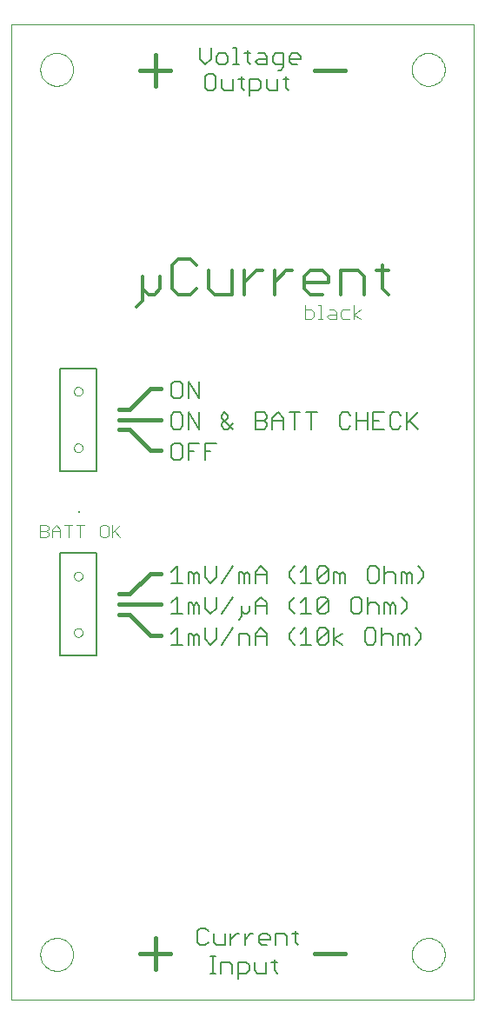
<source format=gto>
G75*
G70*
%OFA0B0*%
%FSLAX24Y24*%
%IPPOS*%
%LPD*%
%AMOC8*
5,1,8,0,0,1.08239X$1,22.5*
%
%ADD10C,0.0000*%
%ADD11C,0.0060*%
%ADD12C,0.0160*%
%ADD13C,0.0040*%
%ADD14C,0.0120*%
%ADD15C,0.0050*%
%ADD16R,0.0079X0.0079*%
D10*
X000367Y000100D02*
X000367Y037502D01*
X018084Y037502D01*
X018084Y000100D01*
X000367Y000100D01*
X001470Y001832D02*
X001472Y001882D01*
X001478Y001932D01*
X001488Y001981D01*
X001502Y002029D01*
X001519Y002076D01*
X001540Y002121D01*
X001565Y002165D01*
X001593Y002206D01*
X001625Y002245D01*
X001659Y002282D01*
X001696Y002316D01*
X001736Y002346D01*
X001778Y002373D01*
X001822Y002397D01*
X001868Y002418D01*
X001915Y002434D01*
X001963Y002447D01*
X002013Y002456D01*
X002062Y002461D01*
X002113Y002462D01*
X002163Y002459D01*
X002212Y002452D01*
X002261Y002441D01*
X002309Y002426D01*
X002355Y002408D01*
X002400Y002386D01*
X002443Y002360D01*
X002484Y002331D01*
X002523Y002299D01*
X002559Y002264D01*
X002591Y002226D01*
X002621Y002186D01*
X002648Y002143D01*
X002671Y002099D01*
X002690Y002053D01*
X002706Y002005D01*
X002718Y001956D01*
X002726Y001907D01*
X002730Y001857D01*
X002730Y001807D01*
X002726Y001757D01*
X002718Y001708D01*
X002706Y001659D01*
X002690Y001611D01*
X002671Y001565D01*
X002648Y001521D01*
X002621Y001478D01*
X002591Y001438D01*
X002559Y001400D01*
X002523Y001365D01*
X002484Y001333D01*
X002443Y001304D01*
X002400Y001278D01*
X002355Y001256D01*
X002309Y001238D01*
X002261Y001223D01*
X002212Y001212D01*
X002163Y001205D01*
X002113Y001202D01*
X002062Y001203D01*
X002013Y001208D01*
X001963Y001217D01*
X001915Y001230D01*
X001868Y001246D01*
X001822Y001267D01*
X001778Y001291D01*
X001736Y001318D01*
X001696Y001348D01*
X001659Y001382D01*
X001625Y001419D01*
X001593Y001458D01*
X001565Y001499D01*
X001540Y001543D01*
X001519Y001588D01*
X001502Y001635D01*
X001488Y001683D01*
X001478Y001732D01*
X001472Y001782D01*
X001470Y001832D01*
X002759Y014175D02*
X002761Y014200D01*
X002767Y014225D01*
X002776Y014249D01*
X002789Y014271D01*
X002806Y014291D01*
X002825Y014308D01*
X002846Y014322D01*
X002870Y014332D01*
X002894Y014339D01*
X002920Y014342D01*
X002945Y014341D01*
X002970Y014336D01*
X002994Y014327D01*
X003017Y014315D01*
X003037Y014300D01*
X003055Y014281D01*
X003070Y014260D01*
X003081Y014237D01*
X003089Y014213D01*
X003093Y014188D01*
X003093Y014162D01*
X003089Y014137D01*
X003081Y014113D01*
X003070Y014090D01*
X003055Y014069D01*
X003037Y014050D01*
X003017Y014035D01*
X002994Y014023D01*
X002970Y014014D01*
X002945Y014009D01*
X002920Y014008D01*
X002894Y014011D01*
X002870Y014018D01*
X002846Y014028D01*
X002825Y014042D01*
X002806Y014059D01*
X002789Y014079D01*
X002776Y014101D01*
X002767Y014125D01*
X002761Y014150D01*
X002759Y014175D01*
X002759Y016340D02*
X002761Y016365D01*
X002767Y016390D01*
X002776Y016414D01*
X002789Y016436D01*
X002806Y016456D01*
X002825Y016473D01*
X002846Y016487D01*
X002870Y016497D01*
X002894Y016504D01*
X002920Y016507D01*
X002945Y016506D01*
X002970Y016501D01*
X002994Y016492D01*
X003017Y016480D01*
X003037Y016465D01*
X003055Y016446D01*
X003070Y016425D01*
X003081Y016402D01*
X003089Y016378D01*
X003093Y016353D01*
X003093Y016327D01*
X003089Y016302D01*
X003081Y016278D01*
X003070Y016255D01*
X003055Y016234D01*
X003037Y016215D01*
X003017Y016200D01*
X002994Y016188D01*
X002970Y016179D01*
X002945Y016174D01*
X002920Y016173D01*
X002894Y016176D01*
X002870Y016183D01*
X002846Y016193D01*
X002825Y016207D01*
X002806Y016224D01*
X002789Y016244D01*
X002776Y016266D01*
X002767Y016290D01*
X002761Y016315D01*
X002759Y016340D01*
X002759Y021261D02*
X002761Y021286D01*
X002767Y021311D01*
X002776Y021335D01*
X002789Y021357D01*
X002806Y021377D01*
X002825Y021394D01*
X002846Y021408D01*
X002870Y021418D01*
X002894Y021425D01*
X002920Y021428D01*
X002945Y021427D01*
X002970Y021422D01*
X002994Y021413D01*
X003017Y021401D01*
X003037Y021386D01*
X003055Y021367D01*
X003070Y021346D01*
X003081Y021323D01*
X003089Y021299D01*
X003093Y021274D01*
X003093Y021248D01*
X003089Y021223D01*
X003081Y021199D01*
X003070Y021176D01*
X003055Y021155D01*
X003037Y021136D01*
X003017Y021121D01*
X002994Y021109D01*
X002970Y021100D01*
X002945Y021095D01*
X002920Y021094D01*
X002894Y021097D01*
X002870Y021104D01*
X002846Y021114D01*
X002825Y021128D01*
X002806Y021145D01*
X002789Y021165D01*
X002776Y021187D01*
X002767Y021211D01*
X002761Y021236D01*
X002759Y021261D01*
X002759Y023427D02*
X002761Y023452D01*
X002767Y023477D01*
X002776Y023501D01*
X002789Y023523D01*
X002806Y023543D01*
X002825Y023560D01*
X002846Y023574D01*
X002870Y023584D01*
X002894Y023591D01*
X002920Y023594D01*
X002945Y023593D01*
X002970Y023588D01*
X002994Y023579D01*
X003017Y023567D01*
X003037Y023552D01*
X003055Y023533D01*
X003070Y023512D01*
X003081Y023489D01*
X003089Y023465D01*
X003093Y023440D01*
X003093Y023414D01*
X003089Y023389D01*
X003081Y023365D01*
X003070Y023342D01*
X003055Y023321D01*
X003037Y023302D01*
X003017Y023287D01*
X002994Y023275D01*
X002970Y023266D01*
X002945Y023261D01*
X002920Y023260D01*
X002894Y023263D01*
X002870Y023270D01*
X002846Y023280D01*
X002825Y023294D01*
X002806Y023311D01*
X002789Y023331D01*
X002776Y023353D01*
X002767Y023377D01*
X002761Y023402D01*
X002759Y023427D01*
X001470Y035769D02*
X001472Y035819D01*
X001478Y035869D01*
X001488Y035918D01*
X001502Y035966D01*
X001519Y036013D01*
X001540Y036058D01*
X001565Y036102D01*
X001593Y036143D01*
X001625Y036182D01*
X001659Y036219D01*
X001696Y036253D01*
X001736Y036283D01*
X001778Y036310D01*
X001822Y036334D01*
X001868Y036355D01*
X001915Y036371D01*
X001963Y036384D01*
X002013Y036393D01*
X002062Y036398D01*
X002113Y036399D01*
X002163Y036396D01*
X002212Y036389D01*
X002261Y036378D01*
X002309Y036363D01*
X002355Y036345D01*
X002400Y036323D01*
X002443Y036297D01*
X002484Y036268D01*
X002523Y036236D01*
X002559Y036201D01*
X002591Y036163D01*
X002621Y036123D01*
X002648Y036080D01*
X002671Y036036D01*
X002690Y035990D01*
X002706Y035942D01*
X002718Y035893D01*
X002726Y035844D01*
X002730Y035794D01*
X002730Y035744D01*
X002726Y035694D01*
X002718Y035645D01*
X002706Y035596D01*
X002690Y035548D01*
X002671Y035502D01*
X002648Y035458D01*
X002621Y035415D01*
X002591Y035375D01*
X002559Y035337D01*
X002523Y035302D01*
X002484Y035270D01*
X002443Y035241D01*
X002400Y035215D01*
X002355Y035193D01*
X002309Y035175D01*
X002261Y035160D01*
X002212Y035149D01*
X002163Y035142D01*
X002113Y035139D01*
X002062Y035140D01*
X002013Y035145D01*
X001963Y035154D01*
X001915Y035167D01*
X001868Y035183D01*
X001822Y035204D01*
X001778Y035228D01*
X001736Y035255D01*
X001696Y035285D01*
X001659Y035319D01*
X001625Y035356D01*
X001593Y035395D01*
X001565Y035436D01*
X001540Y035480D01*
X001519Y035525D01*
X001502Y035572D01*
X001488Y035620D01*
X001478Y035669D01*
X001472Y035719D01*
X001470Y035769D01*
X015722Y035769D02*
X015724Y035819D01*
X015730Y035869D01*
X015740Y035918D01*
X015754Y035966D01*
X015771Y036013D01*
X015792Y036058D01*
X015817Y036102D01*
X015845Y036143D01*
X015877Y036182D01*
X015911Y036219D01*
X015948Y036253D01*
X015988Y036283D01*
X016030Y036310D01*
X016074Y036334D01*
X016120Y036355D01*
X016167Y036371D01*
X016215Y036384D01*
X016265Y036393D01*
X016314Y036398D01*
X016365Y036399D01*
X016415Y036396D01*
X016464Y036389D01*
X016513Y036378D01*
X016561Y036363D01*
X016607Y036345D01*
X016652Y036323D01*
X016695Y036297D01*
X016736Y036268D01*
X016775Y036236D01*
X016811Y036201D01*
X016843Y036163D01*
X016873Y036123D01*
X016900Y036080D01*
X016923Y036036D01*
X016942Y035990D01*
X016958Y035942D01*
X016970Y035893D01*
X016978Y035844D01*
X016982Y035794D01*
X016982Y035744D01*
X016978Y035694D01*
X016970Y035645D01*
X016958Y035596D01*
X016942Y035548D01*
X016923Y035502D01*
X016900Y035458D01*
X016873Y035415D01*
X016843Y035375D01*
X016811Y035337D01*
X016775Y035302D01*
X016736Y035270D01*
X016695Y035241D01*
X016652Y035215D01*
X016607Y035193D01*
X016561Y035175D01*
X016513Y035160D01*
X016464Y035149D01*
X016415Y035142D01*
X016365Y035139D01*
X016314Y035140D01*
X016265Y035145D01*
X016215Y035154D01*
X016167Y035167D01*
X016120Y035183D01*
X016074Y035204D01*
X016030Y035228D01*
X015988Y035255D01*
X015948Y035285D01*
X015911Y035319D01*
X015877Y035356D01*
X015845Y035395D01*
X015817Y035436D01*
X015792Y035480D01*
X015771Y035525D01*
X015754Y035572D01*
X015740Y035620D01*
X015730Y035669D01*
X015724Y035719D01*
X015722Y035769D01*
X015722Y001832D02*
X015724Y001882D01*
X015730Y001932D01*
X015740Y001981D01*
X015754Y002029D01*
X015771Y002076D01*
X015792Y002121D01*
X015817Y002165D01*
X015845Y002206D01*
X015877Y002245D01*
X015911Y002282D01*
X015948Y002316D01*
X015988Y002346D01*
X016030Y002373D01*
X016074Y002397D01*
X016120Y002418D01*
X016167Y002434D01*
X016215Y002447D01*
X016265Y002456D01*
X016314Y002461D01*
X016365Y002462D01*
X016415Y002459D01*
X016464Y002452D01*
X016513Y002441D01*
X016561Y002426D01*
X016607Y002408D01*
X016652Y002386D01*
X016695Y002360D01*
X016736Y002331D01*
X016775Y002299D01*
X016811Y002264D01*
X016843Y002226D01*
X016873Y002186D01*
X016900Y002143D01*
X016923Y002099D01*
X016942Y002053D01*
X016958Y002005D01*
X016970Y001956D01*
X016978Y001907D01*
X016982Y001857D01*
X016982Y001807D01*
X016978Y001757D01*
X016970Y001708D01*
X016958Y001659D01*
X016942Y001611D01*
X016923Y001565D01*
X016900Y001521D01*
X016873Y001478D01*
X016843Y001438D01*
X016811Y001400D01*
X016775Y001365D01*
X016736Y001333D01*
X016695Y001304D01*
X016652Y001278D01*
X016607Y001256D01*
X016561Y001238D01*
X016513Y001223D01*
X016464Y001212D01*
X016415Y001205D01*
X016365Y001202D01*
X016314Y001203D01*
X016265Y001208D01*
X016215Y001217D01*
X016167Y001230D01*
X016120Y001246D01*
X016074Y001267D01*
X016030Y001291D01*
X015988Y001318D01*
X015948Y001348D01*
X015911Y001382D01*
X015877Y001419D01*
X015845Y001458D01*
X015817Y001499D01*
X015792Y001543D01*
X015771Y001588D01*
X015754Y001635D01*
X015740Y001683D01*
X015730Y001732D01*
X015724Y001782D01*
X015722Y001832D01*
D11*
X011350Y002197D02*
X011243Y002304D01*
X011243Y002731D01*
X011136Y002624D02*
X011350Y002624D01*
X010919Y002517D02*
X010919Y002197D01*
X010919Y002517D02*
X010812Y002624D01*
X010492Y002624D01*
X010492Y002197D01*
X010274Y002410D02*
X009847Y002410D01*
X009847Y002304D02*
X009847Y002517D01*
X009954Y002624D01*
X010168Y002624D01*
X010274Y002517D01*
X010274Y002410D01*
X010168Y002197D02*
X009954Y002197D01*
X009847Y002304D01*
X009630Y002624D02*
X009524Y002624D01*
X009310Y002410D01*
X009310Y002197D02*
X009310Y002624D01*
X009093Y002624D02*
X008987Y002624D01*
X008773Y002410D01*
X008773Y002197D02*
X008773Y002624D01*
X008555Y002624D02*
X008555Y002197D01*
X008235Y002197D01*
X008128Y002304D01*
X008128Y002624D01*
X007911Y002731D02*
X007804Y002837D01*
X007591Y002837D01*
X007484Y002731D01*
X007484Y002304D01*
X007591Y002197D01*
X007804Y002197D01*
X007911Y002304D01*
X007976Y001755D02*
X008190Y001755D01*
X008083Y001755D02*
X008083Y001114D01*
X007976Y001114D02*
X008190Y001114D01*
X008406Y001114D02*
X008406Y001541D01*
X008726Y001541D01*
X008833Y001435D01*
X008833Y001114D01*
X009050Y001114D02*
X009371Y001114D01*
X009477Y001221D01*
X009477Y001435D01*
X009371Y001541D01*
X009050Y001541D01*
X009050Y000901D01*
X009695Y001221D02*
X009802Y001114D01*
X010122Y001114D01*
X010122Y001541D01*
X010339Y001541D02*
X010553Y001541D01*
X010446Y001648D02*
X010446Y001221D01*
X010553Y001114D01*
X009695Y001221D02*
X009695Y001541D01*
X009722Y013713D02*
X009722Y014140D01*
X009936Y014353D01*
X010149Y014140D01*
X010149Y013713D01*
X010149Y014033D02*
X009722Y014033D01*
X009505Y014033D02*
X009505Y013713D01*
X009505Y014033D02*
X009398Y014140D01*
X009078Y014140D01*
X009078Y013713D01*
X008433Y013713D02*
X008860Y014353D01*
X009078Y014680D02*
X009185Y014787D01*
X009185Y015001D01*
X009291Y014894D01*
X009398Y014894D01*
X009505Y015001D01*
X009505Y015214D01*
X009722Y015214D02*
X010149Y015214D01*
X010149Y015321D02*
X010149Y014894D01*
X010149Y015321D02*
X009936Y015534D01*
X009722Y015321D01*
X009722Y014894D01*
X009185Y015001D02*
X009185Y015214D01*
X008860Y015534D02*
X008433Y014894D01*
X008216Y015107D02*
X008216Y015534D01*
X008216Y015107D02*
X008002Y014894D01*
X007789Y015107D01*
X007789Y015534D01*
X007571Y015214D02*
X007571Y014894D01*
X007358Y014894D02*
X007358Y015214D01*
X007464Y015321D01*
X007571Y015214D01*
X007358Y015214D02*
X007251Y015321D01*
X007144Y015321D01*
X007144Y014894D01*
X006927Y014894D02*
X006500Y014894D01*
X006713Y014894D02*
X006713Y015534D01*
X006500Y015321D01*
X006500Y016075D02*
X006927Y016075D01*
X007144Y016075D02*
X007144Y016502D01*
X007251Y016502D01*
X007358Y016395D01*
X007464Y016502D01*
X007571Y016395D01*
X007571Y016075D01*
X007358Y016075D02*
X007358Y016395D01*
X007789Y016288D02*
X008002Y016075D01*
X008216Y016288D01*
X008216Y016715D01*
X008860Y016715D02*
X008433Y016075D01*
X009078Y016075D02*
X009078Y016502D01*
X009185Y016502D01*
X009291Y016395D01*
X009398Y016502D01*
X009505Y016395D01*
X009505Y016075D01*
X009291Y016075D02*
X009291Y016395D01*
X009722Y016395D02*
X010149Y016395D01*
X010149Y016502D02*
X010149Y016075D01*
X010149Y016502D02*
X009936Y016715D01*
X009722Y016502D01*
X009722Y016075D01*
X011012Y016288D02*
X011012Y016502D01*
X011225Y016715D01*
X011441Y016502D02*
X011655Y016715D01*
X011655Y016075D01*
X011868Y016075D02*
X011441Y016075D01*
X011225Y016075D02*
X011012Y016288D01*
X011225Y015534D02*
X011012Y015321D01*
X011012Y015107D01*
X011225Y014894D01*
X011441Y014894D02*
X011868Y014894D01*
X011655Y014894D02*
X011655Y015534D01*
X011441Y015321D01*
X011655Y014353D02*
X011655Y013713D01*
X011868Y013713D02*
X011441Y013713D01*
X011225Y013713D02*
X011012Y013926D01*
X011012Y014140D01*
X011225Y014353D01*
X011441Y014140D02*
X011655Y014353D01*
X012086Y014246D02*
X012086Y013819D01*
X012513Y014246D01*
X012513Y013819D01*
X012406Y013713D01*
X012193Y013713D01*
X012086Y013819D01*
X012086Y014246D02*
X012193Y014353D01*
X012406Y014353D01*
X012513Y014246D01*
X012730Y014353D02*
X012730Y013713D01*
X012730Y013926D02*
X013051Y014140D01*
X012730Y013926D02*
X013051Y013713D01*
X013482Y014894D02*
X013375Y015001D01*
X013375Y015428D01*
X013482Y015534D01*
X013695Y015534D01*
X013802Y015428D01*
X013802Y015001D01*
X013695Y014894D01*
X013482Y014894D01*
X014019Y014353D02*
X013912Y014246D01*
X013912Y013819D01*
X014019Y013713D01*
X014232Y013713D01*
X014339Y013819D01*
X014339Y014246D01*
X014232Y014353D01*
X014019Y014353D01*
X014019Y014894D02*
X014019Y015534D01*
X014126Y015321D02*
X014340Y015321D01*
X014446Y015214D01*
X014446Y014894D01*
X014664Y014894D02*
X014664Y015321D01*
X014771Y015321D01*
X014877Y015214D01*
X014984Y015321D01*
X015091Y015214D01*
X015091Y014894D01*
X014877Y014894D02*
X014877Y015214D01*
X014664Y016075D02*
X014664Y016715D01*
X014771Y016502D02*
X014664Y016395D01*
X014771Y016502D02*
X014984Y016502D01*
X015091Y016395D01*
X015091Y016075D01*
X015309Y016075D02*
X015309Y016502D01*
X015415Y016502D01*
X015522Y016395D01*
X015629Y016502D01*
X015736Y016395D01*
X015736Y016075D01*
X015522Y016075D02*
X015522Y016395D01*
X015953Y016075D02*
X016167Y016288D01*
X016167Y016502D01*
X015953Y016715D01*
X015309Y015534D02*
X015522Y015321D01*
X015522Y015107D01*
X015309Y014894D01*
X015308Y014140D02*
X015201Y014140D01*
X015201Y013713D01*
X015415Y013713D02*
X015415Y014033D01*
X015521Y014140D01*
X015628Y014033D01*
X015628Y013713D01*
X015415Y014033D02*
X015308Y014140D01*
X014984Y014033D02*
X014984Y013713D01*
X014984Y014033D02*
X014877Y014140D01*
X014663Y014140D01*
X014557Y014033D01*
X014557Y014353D02*
X014557Y013713D01*
X014019Y015214D02*
X014126Y015321D01*
X014126Y016075D02*
X014340Y016075D01*
X014446Y016182D01*
X014446Y016609D01*
X014340Y016715D01*
X014126Y016715D01*
X014019Y016609D01*
X014019Y016182D01*
X014126Y016075D01*
X013157Y016075D02*
X013157Y016395D01*
X013051Y016502D01*
X012944Y016395D01*
X012944Y016075D01*
X012730Y016075D02*
X012730Y016502D01*
X012837Y016502D01*
X012944Y016395D01*
X012513Y016182D02*
X012406Y016075D01*
X012193Y016075D01*
X012086Y016182D01*
X012513Y016609D01*
X012513Y016182D01*
X012513Y016609D02*
X012406Y016715D01*
X012193Y016715D01*
X012086Y016609D01*
X012086Y016182D01*
X012193Y015534D02*
X012086Y015428D01*
X012086Y015001D01*
X012513Y015428D01*
X012513Y015001D01*
X012406Y014894D01*
X012193Y014894D01*
X012086Y015001D01*
X012193Y015534D02*
X012406Y015534D01*
X012513Y015428D01*
X013052Y021980D02*
X013265Y021980D01*
X013372Y022087D01*
X013590Y021980D02*
X013590Y022621D01*
X013372Y022514D02*
X013265Y022621D01*
X013052Y022621D01*
X012945Y022514D01*
X012945Y022087D01*
X013052Y021980D01*
X013590Y022301D02*
X014017Y022301D01*
X014234Y022301D02*
X014448Y022301D01*
X014661Y022621D02*
X014234Y022621D01*
X014234Y021980D01*
X014661Y021980D01*
X014879Y022087D02*
X014879Y022514D01*
X014986Y022621D01*
X015199Y022621D01*
X015306Y022514D01*
X015523Y022621D02*
X015523Y021980D01*
X015523Y022194D02*
X015950Y022621D01*
X015630Y022301D02*
X015950Y021980D01*
X015306Y022087D02*
X015199Y021980D01*
X014986Y021980D01*
X014879Y022087D01*
X014017Y021980D02*
X014017Y022621D01*
X012083Y022621D02*
X011656Y022621D01*
X011870Y022621D02*
X011870Y021980D01*
X011439Y022621D02*
X011012Y022621D01*
X011225Y022621D02*
X011225Y021980D01*
X010794Y021980D02*
X010794Y022407D01*
X010580Y022621D01*
X010367Y022407D01*
X010367Y021980D01*
X010367Y022301D02*
X010794Y022301D01*
X010149Y022407D02*
X010043Y022301D01*
X009722Y022301D01*
X009722Y022621D02*
X009722Y021980D01*
X010043Y021980D01*
X010149Y022087D01*
X010149Y022194D01*
X010043Y022301D01*
X010149Y022407D02*
X010149Y022514D01*
X010043Y022621D01*
X009722Y022621D01*
X008860Y022194D02*
X008647Y021980D01*
X008540Y021980D01*
X008433Y022087D01*
X008433Y022194D01*
X008647Y022407D01*
X008647Y022514D01*
X008540Y022621D01*
X008433Y022514D01*
X008433Y022407D01*
X008860Y021980D01*
X008216Y021440D02*
X007789Y021440D01*
X007789Y020799D01*
X007789Y021120D02*
X008002Y021120D01*
X007571Y021440D02*
X007144Y021440D01*
X007144Y020799D01*
X006927Y020906D02*
X006927Y021333D01*
X006820Y021440D01*
X006606Y021440D01*
X006500Y021333D01*
X006500Y020906D01*
X006606Y020799D01*
X006820Y020799D01*
X006927Y020906D01*
X007144Y021120D02*
X007358Y021120D01*
X007571Y021980D02*
X007571Y022621D01*
X007571Y023161D02*
X007571Y023802D01*
X007144Y023802D02*
X007144Y023161D01*
X006927Y023268D02*
X006927Y023695D01*
X006820Y023802D01*
X006606Y023802D01*
X006500Y023695D01*
X006500Y023268D01*
X006606Y023161D01*
X006820Y023161D01*
X006927Y023268D01*
X006820Y022621D02*
X006927Y022514D01*
X006927Y022087D01*
X006820Y021980D01*
X006606Y021980D01*
X006500Y022087D01*
X006500Y022514D01*
X006606Y022621D01*
X006820Y022621D01*
X007144Y022621D02*
X007144Y021980D01*
X007571Y021980D02*
X007144Y022621D01*
X007571Y023161D02*
X007144Y023802D01*
X006713Y016715D02*
X006713Y016075D01*
X006500Y016502D02*
X006713Y016715D01*
X007789Y016715D02*
X007789Y016288D01*
X007789Y014353D02*
X007789Y013926D01*
X008002Y013713D01*
X008216Y013926D01*
X008216Y014353D01*
X007571Y014033D02*
X007571Y013713D01*
X007358Y013713D02*
X007358Y014033D01*
X007464Y014140D01*
X007571Y014033D01*
X007358Y014033D02*
X007251Y014140D01*
X007144Y014140D01*
X007144Y013713D01*
X006927Y013713D02*
X006500Y013713D01*
X006713Y013713D02*
X006713Y014353D01*
X006500Y014140D01*
X015846Y014353D02*
X016059Y014140D01*
X016059Y013926D01*
X015846Y013713D01*
X009498Y034759D02*
X009498Y035400D01*
X009818Y035400D01*
X009925Y035293D01*
X009925Y035079D01*
X009818Y034973D01*
X009498Y034973D01*
X009282Y034973D02*
X009175Y035079D01*
X009175Y035506D01*
X009068Y035400D02*
X009282Y035400D01*
X009515Y035957D02*
X009408Y036064D01*
X009408Y036491D01*
X009301Y036384D02*
X009515Y036384D01*
X009731Y036064D02*
X009838Y036170D01*
X010158Y036170D01*
X010158Y036277D02*
X010158Y035957D01*
X009838Y035957D01*
X009731Y036064D01*
X009838Y036384D02*
X010051Y036384D01*
X010158Y036277D01*
X010375Y036277D02*
X010375Y036064D01*
X010482Y035957D01*
X010802Y035957D01*
X010802Y035850D02*
X010802Y036384D01*
X010482Y036384D01*
X010375Y036277D01*
X010589Y035743D02*
X010696Y035743D01*
X010802Y035850D01*
X011020Y036064D02*
X011020Y036277D01*
X011127Y036384D01*
X011340Y036384D01*
X011447Y036277D01*
X011447Y036170D01*
X011020Y036170D01*
X011020Y036064D02*
X011127Y035957D01*
X011340Y035957D01*
X011001Y035400D02*
X010787Y035400D01*
X010894Y035506D02*
X010894Y035079D01*
X011001Y034973D01*
X010570Y034973D02*
X010570Y035400D01*
X010570Y034973D02*
X010249Y034973D01*
X010143Y035079D01*
X010143Y035400D01*
X009085Y035957D02*
X008871Y035957D01*
X008978Y035957D02*
X008978Y036597D01*
X008871Y036597D01*
X008654Y036277D02*
X008547Y036384D01*
X008334Y036384D01*
X008227Y036277D01*
X008227Y036064D01*
X008334Y035957D01*
X008547Y035957D01*
X008654Y036064D01*
X008654Y036277D01*
X008099Y035613D02*
X008206Y035506D01*
X008206Y035079D01*
X008099Y034973D01*
X007886Y034973D01*
X007779Y035079D01*
X007779Y035506D01*
X007886Y035613D01*
X008099Y035613D01*
X008424Y035400D02*
X008424Y035079D01*
X008531Y034973D01*
X008851Y034973D01*
X008851Y035400D01*
X008009Y036170D02*
X008009Y036597D01*
X008009Y036170D02*
X007796Y035957D01*
X007582Y036170D01*
X007582Y036597D01*
D12*
X006470Y035730D02*
X005289Y035730D01*
X005879Y036320D02*
X005879Y035139D01*
X005682Y023525D02*
X006076Y023525D01*
X005682Y023525D02*
X004895Y022738D01*
X004501Y022738D01*
X004501Y022344D02*
X006076Y022344D01*
X006076Y021163D02*
X005682Y021163D01*
X004895Y021950D01*
X004501Y021950D01*
X005682Y016439D02*
X006076Y016439D01*
X005682Y016439D02*
X004895Y015651D01*
X004501Y015651D01*
X004501Y015257D02*
X006076Y015257D01*
X006076Y014076D02*
X005682Y014076D01*
X004895Y014864D01*
X004501Y014864D01*
X005879Y002462D02*
X005879Y001281D01*
X005289Y001872D02*
X006470Y001872D01*
X011981Y001872D02*
X013163Y001872D01*
X013163Y035730D02*
X011981Y035730D01*
D13*
X012123Y026723D02*
X012210Y026723D01*
X012210Y026203D01*
X012123Y026203D02*
X012297Y026203D01*
X012467Y026289D02*
X012554Y026376D01*
X012814Y026376D01*
X012814Y026463D02*
X012814Y026203D01*
X012554Y026203D01*
X012467Y026289D01*
X012554Y026550D02*
X012727Y026550D01*
X012814Y026463D01*
X012983Y026463D02*
X012983Y026289D01*
X013070Y026203D01*
X013330Y026203D01*
X013498Y026203D02*
X013498Y026723D01*
X013330Y026550D02*
X013070Y026550D01*
X012983Y026463D01*
X013498Y026376D02*
X013759Y026550D01*
X013498Y026376D02*
X013759Y026203D01*
X011955Y026289D02*
X011955Y026463D01*
X011868Y026550D01*
X011608Y026550D01*
X011608Y026723D02*
X011608Y026203D01*
X011868Y026203D01*
X011955Y026289D01*
X004539Y018297D02*
X004232Y017990D01*
X004309Y018067D02*
X004539Y017837D01*
X004232Y017837D02*
X004232Y018297D01*
X004079Y018220D02*
X004079Y017913D01*
X004002Y017837D01*
X003849Y017837D01*
X003772Y017913D01*
X003772Y018220D01*
X003849Y018297D01*
X004002Y018297D01*
X004079Y018220D01*
X003158Y018297D02*
X002851Y018297D01*
X002698Y018297D02*
X002391Y018297D01*
X002544Y018297D02*
X002544Y017837D01*
X002237Y017837D02*
X002237Y018143D01*
X002084Y018297D01*
X001930Y018143D01*
X001930Y017837D01*
X001777Y017913D02*
X001700Y017837D01*
X001470Y017837D01*
X001470Y018297D01*
X001700Y018297D01*
X001777Y018220D01*
X001777Y018143D01*
X001700Y018067D01*
X001470Y018067D01*
X001700Y018067D02*
X001777Y017990D01*
X001777Y017913D01*
X001930Y018067D02*
X002237Y018067D01*
X003005Y017837D02*
X003005Y018297D01*
D14*
X005152Y026668D02*
X005382Y026898D01*
X005382Y027359D01*
X005612Y027129D01*
X005842Y027129D01*
X006073Y027359D01*
X006073Y027819D01*
X006533Y028279D02*
X006533Y027359D01*
X006763Y027129D01*
X007223Y027129D01*
X007454Y027359D01*
X007914Y027359D02*
X008144Y027129D01*
X008835Y027129D01*
X008835Y028049D01*
X009295Y028049D02*
X009295Y027129D01*
X009295Y027589D02*
X009756Y028049D01*
X009986Y028049D01*
X010446Y028049D02*
X010446Y027129D01*
X010446Y027589D02*
X010907Y028049D01*
X011137Y028049D01*
X011597Y027819D02*
X011597Y027359D01*
X011827Y027129D01*
X012288Y027129D01*
X012518Y027589D02*
X011597Y027589D01*
X011597Y027819D02*
X011827Y028049D01*
X012288Y028049D01*
X012518Y027819D01*
X012518Y027589D01*
X012978Y027129D02*
X012978Y028049D01*
X013669Y028049D01*
X013899Y027819D01*
X013899Y027129D01*
X014360Y028049D02*
X014820Y028049D01*
X014590Y028279D02*
X014590Y027359D01*
X014820Y027129D01*
X007914Y027359D02*
X007914Y028049D01*
X007454Y028279D02*
X007223Y028510D01*
X006763Y028510D01*
X006533Y028279D01*
X005382Y027819D02*
X005382Y027359D01*
D15*
X003615Y024313D02*
X002237Y024313D01*
X002237Y020376D01*
X003615Y020376D01*
X003615Y024313D01*
X003615Y017226D02*
X002237Y017226D01*
X002237Y013289D01*
X003615Y013289D01*
X003615Y017226D01*
D16*
X002966Y018801D03*
M02*

</source>
